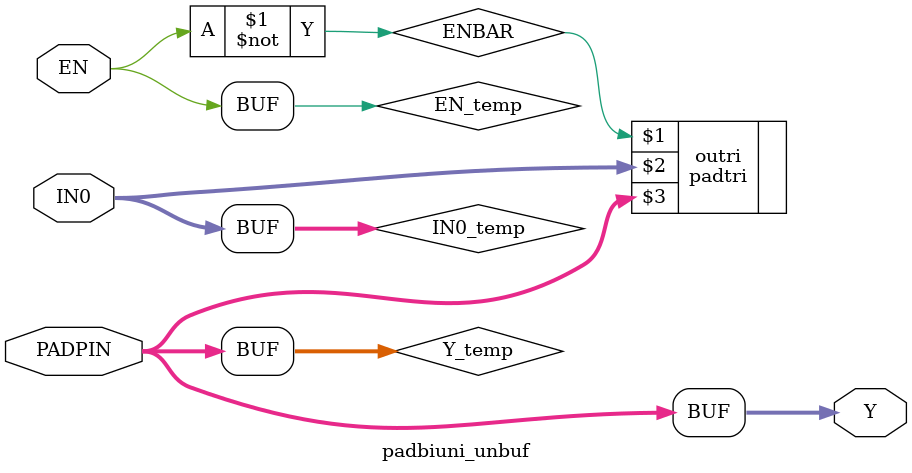
<source format=v>
module padbiuni_unbuf(EN,IN0,PADPIN,Y);
  parameter M = 7;
  parameter N = 0;
  parameter SLIM_FLAG = 0;
  parameter OUTDRIVE = "4MA";
  parameter
        d_EN_r = 0,
        d_EN_f = 0,
        d_IN0 = 0,
        d_PADPIN = 1,
        d_Y = 1;
  input  EN;
  input [M:N] IN0;
  inout [M:N] PADPIN;
  output [M:N] Y;
  wire  EN_temp;
  wire [M:N] IN0_temp;
  wire [M:N] PADPIN_temp;
  wire [M:N] Y_temp;
  wire  ENBAR;
  assign #(d_EN_r,d_EN_f) EN_temp = EN;
  assign #(d_IN0) IN0_temp = IN0;
  assign #(d_Y) Y = Y_temp;
  assign
    Y_temp = PADPIN;
  assign
    ENBAR = ( ~ EN_temp);
  padtri #(M,N) outri (ENBAR,IN0_temp,PADPIN);
endmodule

</source>
